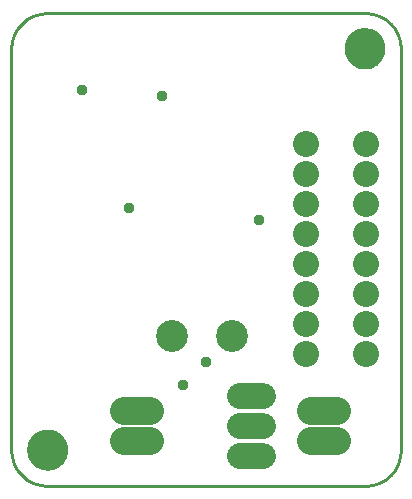
<source format=gbs>
G04 EAGLE Gerber RS-274X export*
G75*
%MOMM*%
%FSLAX34Y34*%
%LPD*%
%INSolder Mask bottom*%
%IPPOS*%
%AMOC8*
5,1,8,0,0,1.08239X$1,22.5*%
G01*
%ADD10C,0.000000*%
%ADD11C,3.403200*%
%ADD12C,0.001000*%
%ADD13C,2.403200*%
%ADD14C,2.203200*%
%ADD15C,2.703200*%
%ADD16C,2.203200*%
%ADD17C,0.959600*%
%ADD18C,0.254000*%


D10*
X283050Y370160D02*
X283055Y370553D01*
X283069Y370945D01*
X283093Y371337D01*
X283127Y371728D01*
X283170Y372119D01*
X283223Y372508D01*
X283286Y372895D01*
X283357Y373281D01*
X283439Y373666D01*
X283529Y374048D01*
X283630Y374427D01*
X283739Y374805D01*
X283858Y375179D01*
X283985Y375550D01*
X284122Y375918D01*
X284268Y376283D01*
X284423Y376644D01*
X284586Y377001D01*
X284758Y377354D01*
X284939Y377702D01*
X285129Y378046D01*
X285326Y378386D01*
X285532Y378720D01*
X285746Y379049D01*
X285969Y379373D01*
X286199Y379691D01*
X286436Y380004D01*
X286682Y380310D01*
X286935Y380611D01*
X287195Y380905D01*
X287462Y381193D01*
X287736Y381474D01*
X288017Y381748D01*
X288305Y382015D01*
X288599Y382275D01*
X288900Y382528D01*
X289206Y382774D01*
X289519Y383011D01*
X289837Y383241D01*
X290161Y383464D01*
X290490Y383678D01*
X290824Y383884D01*
X291164Y384081D01*
X291508Y384271D01*
X291856Y384452D01*
X292209Y384624D01*
X292566Y384787D01*
X292927Y384942D01*
X293292Y385088D01*
X293660Y385225D01*
X294031Y385352D01*
X294405Y385471D01*
X294783Y385580D01*
X295162Y385681D01*
X295544Y385771D01*
X295929Y385853D01*
X296315Y385924D01*
X296702Y385987D01*
X297091Y386040D01*
X297482Y386083D01*
X297873Y386117D01*
X298265Y386141D01*
X298657Y386155D01*
X299050Y386160D01*
X299443Y386155D01*
X299835Y386141D01*
X300227Y386117D01*
X300618Y386083D01*
X301009Y386040D01*
X301398Y385987D01*
X301785Y385924D01*
X302171Y385853D01*
X302556Y385771D01*
X302938Y385681D01*
X303317Y385580D01*
X303695Y385471D01*
X304069Y385352D01*
X304440Y385225D01*
X304808Y385088D01*
X305173Y384942D01*
X305534Y384787D01*
X305891Y384624D01*
X306244Y384452D01*
X306592Y384271D01*
X306936Y384081D01*
X307276Y383884D01*
X307610Y383678D01*
X307939Y383464D01*
X308263Y383241D01*
X308581Y383011D01*
X308894Y382774D01*
X309200Y382528D01*
X309501Y382275D01*
X309795Y382015D01*
X310083Y381748D01*
X310364Y381474D01*
X310638Y381193D01*
X310905Y380905D01*
X311165Y380611D01*
X311418Y380310D01*
X311664Y380004D01*
X311901Y379691D01*
X312131Y379373D01*
X312354Y379049D01*
X312568Y378720D01*
X312774Y378386D01*
X312971Y378046D01*
X313161Y377702D01*
X313342Y377354D01*
X313514Y377001D01*
X313677Y376644D01*
X313832Y376283D01*
X313978Y375918D01*
X314115Y375550D01*
X314242Y375179D01*
X314361Y374805D01*
X314470Y374427D01*
X314571Y374048D01*
X314661Y373666D01*
X314743Y373281D01*
X314814Y372895D01*
X314877Y372508D01*
X314930Y372119D01*
X314973Y371728D01*
X315007Y371337D01*
X315031Y370945D01*
X315045Y370553D01*
X315050Y370160D01*
X315045Y369767D01*
X315031Y369375D01*
X315007Y368983D01*
X314973Y368592D01*
X314930Y368201D01*
X314877Y367812D01*
X314814Y367425D01*
X314743Y367039D01*
X314661Y366654D01*
X314571Y366272D01*
X314470Y365893D01*
X314361Y365515D01*
X314242Y365141D01*
X314115Y364770D01*
X313978Y364402D01*
X313832Y364037D01*
X313677Y363676D01*
X313514Y363319D01*
X313342Y362966D01*
X313161Y362618D01*
X312971Y362274D01*
X312774Y361934D01*
X312568Y361600D01*
X312354Y361271D01*
X312131Y360947D01*
X311901Y360629D01*
X311664Y360316D01*
X311418Y360010D01*
X311165Y359709D01*
X310905Y359415D01*
X310638Y359127D01*
X310364Y358846D01*
X310083Y358572D01*
X309795Y358305D01*
X309501Y358045D01*
X309200Y357792D01*
X308894Y357546D01*
X308581Y357309D01*
X308263Y357079D01*
X307939Y356856D01*
X307610Y356642D01*
X307276Y356436D01*
X306936Y356239D01*
X306592Y356049D01*
X306244Y355868D01*
X305891Y355696D01*
X305534Y355533D01*
X305173Y355378D01*
X304808Y355232D01*
X304440Y355095D01*
X304069Y354968D01*
X303695Y354849D01*
X303317Y354740D01*
X302938Y354639D01*
X302556Y354549D01*
X302171Y354467D01*
X301785Y354396D01*
X301398Y354333D01*
X301009Y354280D01*
X300618Y354237D01*
X300227Y354203D01*
X299835Y354179D01*
X299443Y354165D01*
X299050Y354160D01*
X298657Y354165D01*
X298265Y354179D01*
X297873Y354203D01*
X297482Y354237D01*
X297091Y354280D01*
X296702Y354333D01*
X296315Y354396D01*
X295929Y354467D01*
X295544Y354549D01*
X295162Y354639D01*
X294783Y354740D01*
X294405Y354849D01*
X294031Y354968D01*
X293660Y355095D01*
X293292Y355232D01*
X292927Y355378D01*
X292566Y355533D01*
X292209Y355696D01*
X291856Y355868D01*
X291508Y356049D01*
X291164Y356239D01*
X290824Y356436D01*
X290490Y356642D01*
X290161Y356856D01*
X289837Y357079D01*
X289519Y357309D01*
X289206Y357546D01*
X288900Y357792D01*
X288599Y358045D01*
X288305Y358305D01*
X288017Y358572D01*
X287736Y358846D01*
X287462Y359127D01*
X287195Y359415D01*
X286935Y359709D01*
X286682Y360010D01*
X286436Y360316D01*
X286199Y360629D01*
X285969Y360947D01*
X285746Y361271D01*
X285532Y361600D01*
X285326Y361934D01*
X285129Y362274D01*
X284939Y362618D01*
X284758Y362966D01*
X284586Y363319D01*
X284423Y363676D01*
X284268Y364037D01*
X284122Y364402D01*
X283985Y364770D01*
X283858Y365141D01*
X283739Y365515D01*
X283630Y365893D01*
X283529Y366272D01*
X283439Y366654D01*
X283357Y367039D01*
X283286Y367425D01*
X283223Y367812D01*
X283170Y368201D01*
X283127Y368592D01*
X283093Y368983D01*
X283069Y369375D01*
X283055Y369767D01*
X283050Y370160D01*
D11*
X299050Y370160D03*
D10*
X14480Y30480D02*
X14485Y30873D01*
X14499Y31265D01*
X14523Y31657D01*
X14557Y32048D01*
X14600Y32439D01*
X14653Y32828D01*
X14716Y33215D01*
X14787Y33601D01*
X14869Y33986D01*
X14959Y34368D01*
X15060Y34747D01*
X15169Y35125D01*
X15288Y35499D01*
X15415Y35870D01*
X15552Y36238D01*
X15698Y36603D01*
X15853Y36964D01*
X16016Y37321D01*
X16188Y37674D01*
X16369Y38022D01*
X16559Y38366D01*
X16756Y38706D01*
X16962Y39040D01*
X17176Y39369D01*
X17399Y39693D01*
X17629Y40011D01*
X17866Y40324D01*
X18112Y40630D01*
X18365Y40931D01*
X18625Y41225D01*
X18892Y41513D01*
X19166Y41794D01*
X19447Y42068D01*
X19735Y42335D01*
X20029Y42595D01*
X20330Y42848D01*
X20636Y43094D01*
X20949Y43331D01*
X21267Y43561D01*
X21591Y43784D01*
X21920Y43998D01*
X22254Y44204D01*
X22594Y44401D01*
X22938Y44591D01*
X23286Y44772D01*
X23639Y44944D01*
X23996Y45107D01*
X24357Y45262D01*
X24722Y45408D01*
X25090Y45545D01*
X25461Y45672D01*
X25835Y45791D01*
X26213Y45900D01*
X26592Y46001D01*
X26974Y46091D01*
X27359Y46173D01*
X27745Y46244D01*
X28132Y46307D01*
X28521Y46360D01*
X28912Y46403D01*
X29303Y46437D01*
X29695Y46461D01*
X30087Y46475D01*
X30480Y46480D01*
X30873Y46475D01*
X31265Y46461D01*
X31657Y46437D01*
X32048Y46403D01*
X32439Y46360D01*
X32828Y46307D01*
X33215Y46244D01*
X33601Y46173D01*
X33986Y46091D01*
X34368Y46001D01*
X34747Y45900D01*
X35125Y45791D01*
X35499Y45672D01*
X35870Y45545D01*
X36238Y45408D01*
X36603Y45262D01*
X36964Y45107D01*
X37321Y44944D01*
X37674Y44772D01*
X38022Y44591D01*
X38366Y44401D01*
X38706Y44204D01*
X39040Y43998D01*
X39369Y43784D01*
X39693Y43561D01*
X40011Y43331D01*
X40324Y43094D01*
X40630Y42848D01*
X40931Y42595D01*
X41225Y42335D01*
X41513Y42068D01*
X41794Y41794D01*
X42068Y41513D01*
X42335Y41225D01*
X42595Y40931D01*
X42848Y40630D01*
X43094Y40324D01*
X43331Y40011D01*
X43561Y39693D01*
X43784Y39369D01*
X43998Y39040D01*
X44204Y38706D01*
X44401Y38366D01*
X44591Y38022D01*
X44772Y37674D01*
X44944Y37321D01*
X45107Y36964D01*
X45262Y36603D01*
X45408Y36238D01*
X45545Y35870D01*
X45672Y35499D01*
X45791Y35125D01*
X45900Y34747D01*
X46001Y34368D01*
X46091Y33986D01*
X46173Y33601D01*
X46244Y33215D01*
X46307Y32828D01*
X46360Y32439D01*
X46403Y32048D01*
X46437Y31657D01*
X46461Y31265D01*
X46475Y30873D01*
X46480Y30480D01*
X46475Y30087D01*
X46461Y29695D01*
X46437Y29303D01*
X46403Y28912D01*
X46360Y28521D01*
X46307Y28132D01*
X46244Y27745D01*
X46173Y27359D01*
X46091Y26974D01*
X46001Y26592D01*
X45900Y26213D01*
X45791Y25835D01*
X45672Y25461D01*
X45545Y25090D01*
X45408Y24722D01*
X45262Y24357D01*
X45107Y23996D01*
X44944Y23639D01*
X44772Y23286D01*
X44591Y22938D01*
X44401Y22594D01*
X44204Y22254D01*
X43998Y21920D01*
X43784Y21591D01*
X43561Y21267D01*
X43331Y20949D01*
X43094Y20636D01*
X42848Y20330D01*
X42595Y20029D01*
X42335Y19735D01*
X42068Y19447D01*
X41794Y19166D01*
X41513Y18892D01*
X41225Y18625D01*
X40931Y18365D01*
X40630Y18112D01*
X40324Y17866D01*
X40011Y17629D01*
X39693Y17399D01*
X39369Y17176D01*
X39040Y16962D01*
X38706Y16756D01*
X38366Y16559D01*
X38022Y16369D01*
X37674Y16188D01*
X37321Y16016D01*
X36964Y15853D01*
X36603Y15698D01*
X36238Y15552D01*
X35870Y15415D01*
X35499Y15288D01*
X35125Y15169D01*
X34747Y15060D01*
X34368Y14959D01*
X33986Y14869D01*
X33601Y14787D01*
X33215Y14716D01*
X32828Y14653D01*
X32439Y14600D01*
X32048Y14557D01*
X31657Y14523D01*
X31265Y14499D01*
X30873Y14485D01*
X30480Y14480D01*
X30087Y14485D01*
X29695Y14499D01*
X29303Y14523D01*
X28912Y14557D01*
X28521Y14600D01*
X28132Y14653D01*
X27745Y14716D01*
X27359Y14787D01*
X26974Y14869D01*
X26592Y14959D01*
X26213Y15060D01*
X25835Y15169D01*
X25461Y15288D01*
X25090Y15415D01*
X24722Y15552D01*
X24357Y15698D01*
X23996Y15853D01*
X23639Y16016D01*
X23286Y16188D01*
X22938Y16369D01*
X22594Y16559D01*
X22254Y16756D01*
X21920Y16962D01*
X21591Y17176D01*
X21267Y17399D01*
X20949Y17629D01*
X20636Y17866D01*
X20330Y18112D01*
X20029Y18365D01*
X19735Y18625D01*
X19447Y18892D01*
X19166Y19166D01*
X18892Y19447D01*
X18625Y19735D01*
X18365Y20029D01*
X18112Y20330D01*
X17866Y20636D01*
X17629Y20949D01*
X17399Y21267D01*
X17176Y21591D01*
X16962Y21920D01*
X16756Y22254D01*
X16559Y22594D01*
X16369Y22938D01*
X16188Y23286D01*
X16016Y23639D01*
X15853Y23996D01*
X15698Y24357D01*
X15552Y24722D01*
X15415Y25090D01*
X15288Y25461D01*
X15169Y25835D01*
X15060Y26213D01*
X14959Y26592D01*
X14869Y26974D01*
X14787Y27359D01*
X14716Y27745D01*
X14653Y28132D01*
X14600Y28521D01*
X14557Y28912D01*
X14523Y29303D01*
X14499Y29695D01*
X14485Y30087D01*
X14480Y30480D01*
D11*
X30480Y30480D03*
D12*
X30000Y0D02*
X300000Y0D01*
X30000Y0D02*
X23954Y610D01*
X18323Y2358D01*
X13227Y5124D01*
X8787Y8787D01*
X5124Y13227D01*
X2358Y18323D01*
X610Y23954D01*
X0Y30000D01*
X0Y370000D01*
X610Y376046D01*
X2358Y381677D01*
X5124Y386773D01*
X8787Y391213D01*
X13227Y394877D01*
X18323Y397643D01*
X23954Y399391D01*
X30000Y400000D01*
X300000Y400000D01*
X306046Y399391D01*
X311677Y397643D01*
X316773Y394877D01*
X321213Y391213D01*
X324877Y386773D01*
X327643Y381677D01*
X329391Y376046D01*
X330000Y370000D01*
X330000Y30000D01*
X329391Y23954D01*
X327643Y18323D01*
X324877Y13227D01*
X321213Y8787D01*
X316773Y5124D01*
X311677Y2358D01*
X306046Y610D01*
X300000Y0D01*
D13*
X117250Y38100D02*
X95250Y38100D01*
X95250Y63500D02*
X117250Y63500D01*
X254000Y38100D02*
X276000Y38100D01*
X276000Y63500D02*
X254000Y63500D01*
D14*
X213200Y76200D02*
X193200Y76200D01*
X193200Y50800D02*
X213200Y50800D01*
X213200Y25400D02*
X193200Y25400D01*
D15*
X135700Y127000D03*
X186500Y127000D03*
D16*
X300400Y288900D03*
X249600Y288900D03*
X300400Y263500D03*
X249600Y263500D03*
X300400Y238100D03*
X249600Y238100D03*
X300400Y212700D03*
X249600Y212700D03*
X300400Y187300D03*
X249600Y187300D03*
X300400Y161900D03*
X249600Y161900D03*
X300400Y136500D03*
X249600Y136500D03*
X300400Y111100D03*
X249600Y111100D03*
D17*
X165000Y105000D03*
X145000Y85000D03*
X60000Y335000D03*
X127154Y329634D03*
X210000Y225000D03*
X100000Y235000D03*
D18*
X0Y30000D02*
X610Y23954D01*
X2358Y18323D01*
X5124Y13227D01*
X8787Y8787D01*
X13227Y5124D01*
X18323Y2358D01*
X23954Y610D01*
X30000Y0D01*
X300000Y0D01*
X306046Y610D01*
X311677Y2358D01*
X316773Y5124D01*
X321213Y8787D01*
X324877Y13227D01*
X327643Y18323D01*
X329391Y23954D01*
X330000Y30000D01*
X330000Y370000D01*
X329391Y376046D01*
X327643Y381677D01*
X324877Y386773D01*
X321213Y391213D01*
X316773Y394877D01*
X311677Y397643D01*
X306046Y399391D01*
X300000Y400000D01*
X30000Y400000D01*
X23954Y399391D01*
X18323Y397643D01*
X13227Y394877D01*
X8787Y391213D01*
X5124Y386773D01*
X2358Y381677D01*
X610Y376046D01*
X0Y370000D01*
X0Y30000D01*
X315050Y369636D02*
X314982Y368591D01*
X314845Y367552D01*
X314640Y366525D01*
X314369Y365513D01*
X314033Y364521D01*
X313632Y363553D01*
X313168Y362614D01*
X312645Y361706D01*
X312063Y360835D01*
X311425Y360004D01*
X310734Y359217D01*
X309993Y358476D01*
X309206Y357785D01*
X308375Y357148D01*
X307504Y356566D01*
X306596Y356042D01*
X305657Y355578D01*
X304689Y355177D01*
X303697Y354841D01*
X302685Y354570D01*
X301658Y354365D01*
X300619Y354229D01*
X299574Y354160D01*
X298526Y354160D01*
X297481Y354229D01*
X296442Y354365D01*
X295415Y354570D01*
X294403Y354841D01*
X293411Y355177D01*
X292443Y355578D01*
X291504Y356042D01*
X290596Y356566D01*
X289725Y357148D01*
X288894Y357785D01*
X288107Y358476D01*
X287366Y359217D01*
X286675Y360004D01*
X286038Y360835D01*
X285456Y361706D01*
X284932Y362614D01*
X284468Y363553D01*
X284067Y364521D01*
X283731Y365513D01*
X283460Y366525D01*
X283255Y367552D01*
X283119Y368591D01*
X283050Y369636D01*
X283050Y370684D01*
X283119Y371729D01*
X283255Y372768D01*
X283460Y373795D01*
X283731Y374807D01*
X284067Y375799D01*
X284468Y376767D01*
X284932Y377706D01*
X285456Y378614D01*
X286038Y379485D01*
X286675Y380316D01*
X287366Y381103D01*
X288107Y381844D01*
X288894Y382535D01*
X289725Y383173D01*
X290596Y383755D01*
X291504Y384278D01*
X292443Y384742D01*
X293411Y385143D01*
X294403Y385479D01*
X295415Y385750D01*
X296442Y385955D01*
X297481Y386092D01*
X298526Y386160D01*
X299574Y386160D01*
X300619Y386092D01*
X301658Y385955D01*
X302685Y385750D01*
X303697Y385479D01*
X304689Y385143D01*
X305657Y384742D01*
X306596Y384278D01*
X307504Y383755D01*
X308375Y383173D01*
X309206Y382535D01*
X309993Y381844D01*
X310734Y381103D01*
X311425Y380316D01*
X312063Y379485D01*
X312645Y378614D01*
X313168Y377706D01*
X313632Y376767D01*
X314033Y375799D01*
X314369Y374807D01*
X314640Y373795D01*
X314845Y372768D01*
X314982Y371729D01*
X315050Y370684D01*
X315050Y369636D01*
X46480Y29956D02*
X46412Y28911D01*
X46275Y27872D01*
X46070Y26845D01*
X45799Y25833D01*
X45463Y24841D01*
X45062Y23873D01*
X44598Y22934D01*
X44075Y22026D01*
X43493Y21155D01*
X42855Y20324D01*
X42164Y19537D01*
X41423Y18796D01*
X40636Y18105D01*
X39805Y17468D01*
X38934Y16886D01*
X38026Y16362D01*
X37087Y15898D01*
X36119Y15497D01*
X35127Y15161D01*
X34115Y14890D01*
X33088Y14685D01*
X32049Y14549D01*
X31004Y14480D01*
X29956Y14480D01*
X28911Y14549D01*
X27872Y14685D01*
X26845Y14890D01*
X25833Y15161D01*
X24841Y15497D01*
X23873Y15898D01*
X22934Y16362D01*
X22026Y16886D01*
X21155Y17468D01*
X20324Y18105D01*
X19537Y18796D01*
X18796Y19537D01*
X18105Y20324D01*
X17468Y21155D01*
X16886Y22026D01*
X16362Y22934D01*
X15898Y23873D01*
X15497Y24841D01*
X15161Y25833D01*
X14890Y26845D01*
X14685Y27872D01*
X14549Y28911D01*
X14480Y29956D01*
X14480Y31004D01*
X14549Y32049D01*
X14685Y33088D01*
X14890Y34115D01*
X15161Y35127D01*
X15497Y36119D01*
X15898Y37087D01*
X16362Y38026D01*
X16886Y38934D01*
X17468Y39805D01*
X18105Y40636D01*
X18796Y41423D01*
X19537Y42164D01*
X20324Y42855D01*
X21155Y43493D01*
X22026Y44075D01*
X22934Y44598D01*
X23873Y45062D01*
X24841Y45463D01*
X25833Y45799D01*
X26845Y46070D01*
X27872Y46275D01*
X28911Y46412D01*
X29956Y46480D01*
X31004Y46480D01*
X32049Y46412D01*
X33088Y46275D01*
X34115Y46070D01*
X35127Y45799D01*
X36119Y45463D01*
X37087Y45062D01*
X38026Y44598D01*
X38934Y44075D01*
X39805Y43493D01*
X40636Y42855D01*
X41423Y42164D01*
X42164Y41423D01*
X42855Y40636D01*
X43493Y39805D01*
X44075Y38934D01*
X44598Y38026D01*
X45062Y37087D01*
X45463Y36119D01*
X45799Y35127D01*
X46070Y34115D01*
X46275Y33088D01*
X46412Y32049D01*
X46480Y31004D01*
X46480Y29956D01*
M02*

</source>
